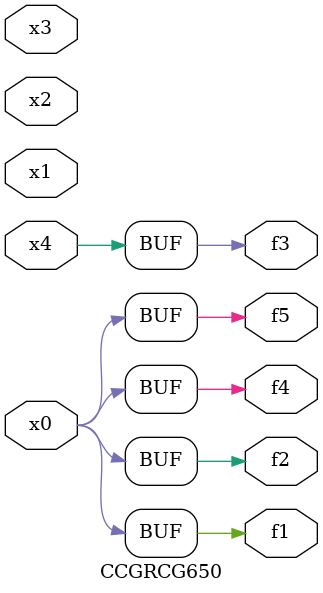
<source format=v>
module CCGRCG650(
	input x0, x1, x2, x3, x4,
	output f1, f2, f3, f4, f5
);
	assign f1 = x0;
	assign f2 = x0;
	assign f3 = x4;
	assign f4 = x0;
	assign f5 = x0;
endmodule

</source>
